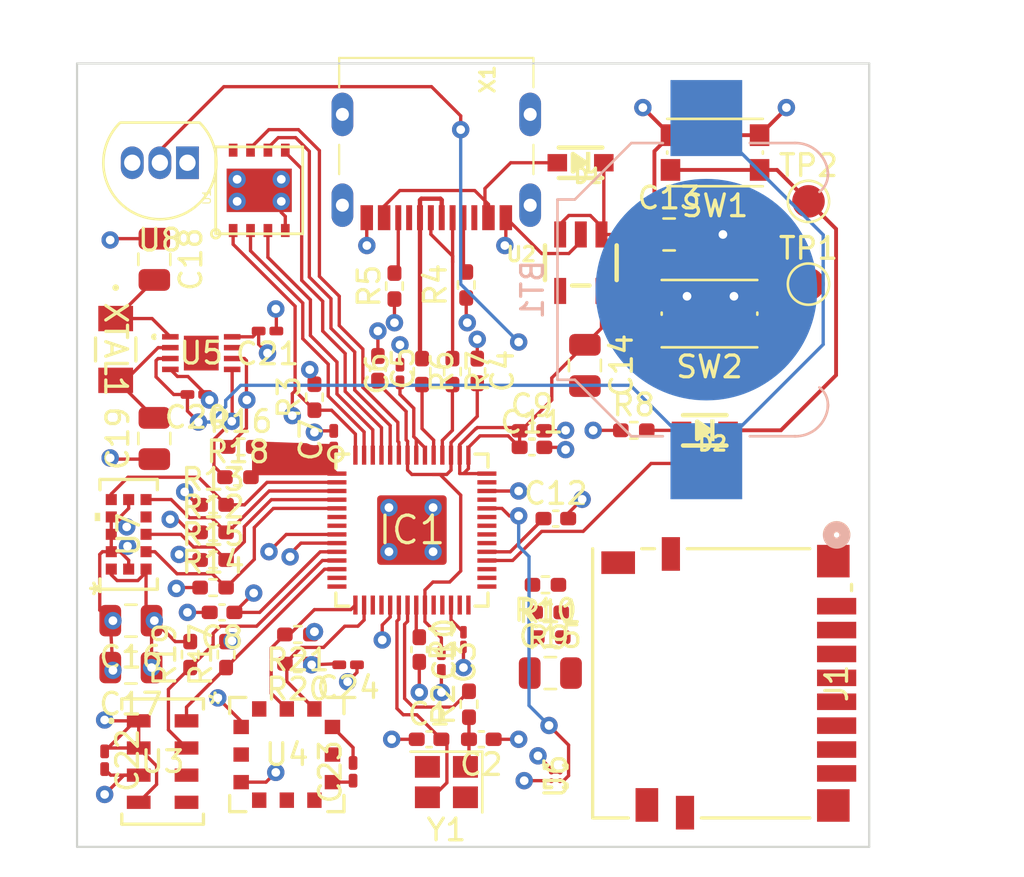
<source format=kicad_pcb>
(kicad_pcb (version 20221018) (generator pcbnew)
  (layers (0 "F.Cu" signal) (1 "In1.Cu" signal) (2 "In2.Cu" signal) (31 "B.Cu" signal) (34 "B.Paste" user) (35 "F.Paste" user) (36 "B.SilkS" user "B.Silkscreen") (37 "F.SilkS" user "F.Silkscreen") (38 "B.Mask" user) (39 "F.Mask" user) (44 "Edge.Cuts" user))
  (net 0 "")
  (net 1 "Net-(C2-Pad2)")
  (net 2 "Net-(IC1-XOUT)")
  (net 3 "/QSPI_CS")
  (net 4 "+3V3")
  (net 5 "GND")
  (net 6 "/CC1")
  (net 7 "/CC2")
  (net 8 "/USB_D+")
  (net 9 "/D+")
  (net 10 "/USB_D-")
  (net 11 "/D-")
  (net 12 "Net-(IC1-XIN)")
  (net 13 "1.2V")
  (net 14 "/~{RESET}")
  (net 15 "/USBBOOT")
  (net 16 "/VBUS")
  (net 17 "Net-(U5-X1)")
  (net 18 "Net-(U5-X2)")
  (net 19 "VBat")
  (net 20 "Net-(U4-VO-)")
  (net 22 "Net-(U4-VO+)")
  (net 23 "ToF XSHUT")
  (net 24 "ToF GPIO1")
  (net 25 "ToF  SDA")
  (net 26 "ToF SCL")
  (net 27 "GPIO5")
  (net 28 "BMP SDA")
  (net 31 "BMP SCL")
  (net 32 "Pressure SDA")
  (net 33 "Pressure SCL")
  (net 34 "RTC SDA")
  (net 35 "RTC SCL")
  (net 40 "GPIO16")
  (net 42 "GPIO17")
  (net 44 "/QSPI_DATA[3]")
  (net 45 "/QSPI_SCK")
  (net 46 "/QSPI_DATA[0]")
  (net 47 "/QSPI_DATA[2]")
  (net 48 "/QSPI_DATA[1]")
  (net 52 "Net-(D2-PadA)")
  (net 53 "SD_DAT1")
  (net 54 "SD_DAT2")
  (net 55 "GPIO20")
  (net 56 "AnalogTemp Data")
  (net 57 "AnalogTemp Data 2")
  (net 69 "5V")
  (footprint "Resistor_SMD:R_0402_1005Metric_Pad0.72x0.64mm_HandSolder" (layer "F.Cu") (at 100.8405 65.226 180)
    (fp_text reference "R20")
    (fp_text value "10k")
  )
  (footprint "Capacitor_SMD:C_0402_1005Metric_Pad0.74x0.62mm_HandSolder" (layer "F.Cu") (at 111.6095 55.266)
    (fp_text reference "C11")
    (fp_text value "0.1uF")
  )
  (footprint "Companero_Footprints:TDFN8_2x3MC_MCH" (layer "F.Cu") (at 96.393 50.927)
    (fp_text reference "U5")
    (fp_text value "MCP7940NT-I/MNY")
  )
  (footprint "Resistor_SMD:R_0402_1005Metric_Pad0.72x0.64mm_HandSolder" (layer "F.Cu") (at 96.9385 61.722)
    (fp_text reference "R14")
    (fp_text value "1k")
  )
  (footprint "QTpy:USB_C_CUSB31-CFM2AX-01-X" (layer "F.Cu") (at 107.208 41.148 180)
    (fp_text reference "X1")
    (fp_text value "USB Type C")
  )
  (footprint "Resistor_SMD:R_0402_1005Metric_Pad0.72x0.64mm_HandSolder" (layer "F.Cu") (at 96.9385 57.912)
    (fp_text reference "R13")
    (fp_text value "10k")
  )
  (footprint "Resistor_SMD:R_0402_1005Metric_Pad0.72x0.64mm_HandSolder" (layer "F.Cu") (at 96.9385 60.452)
    (fp_text reference "R15")
    (fp_text value "1k")
  )
  (footprint "TestPoint:TestPoint_Pad_D1.5mm" (layer "F.Cu") (at 124.333 43.942)
    (fp_text reference "TP2")
    (fp_text value "TESTPOINTROUND1.5MMNO")
  )
  (footprint "Companero_Footprints:YFQ0004ACAC" (layer "F.Cu") (at 112.703 70.412 90)
    (fp_text reference "U6")
    (fp_text value "LMT70YFQR")
  )
  (footprint "Capacitor_SMD:C_0402_1005Metric_Pad0.74x0.62mm_HandSolder" (layer "F.Cu") (at 104.521 51.6295 -90)
    (fp_text reference "C5")
    (fp_text value "0.1uF")
  )
  (footprint "Capacitor_SMD:C_0201_0603Metric_Pad0.64x0.40mm_HandSolder" (layer "F.Cu") (at 105.537 51.8675 90)
    (fp_text reference "C6")
    (fp_text value "1uF")
  )
  (footprint "Capacitor_SMD:C_0402_1005Metric_Pad0.74x0.62mm_HandSolder" (layer "F.Cu") (at 106.8745 68.707)
    (fp_text reference "C1")
    (fp_text value "22pF")
  )
  (footprint "QTpy:SOD-323_MINI" (layer "F.Cu") (at 113.846 42.164 180)
    (fp_text reference "D1")
    (fp_text value "  NSR0320")
  )
  (footprint "Companero_Footprints:MPRLS_HNW" (layer "F.Cu") (at 100.33 69.409998)
    (fp_text reference "U4")
    (fp_text value "MPRLS0025PA00001A")
  )
  (footprint "Resistor_SMD:R_01005_0402Metric_Pad0.57x0.30mm_HandSolder" (layer "F.Cu") (at 108.458 64.1165 90)
    (fp_text reference "R1")
    (fp_text value "10K")
  )
  (footprint "Resistor_SMD:R_0402_1005Metric_Pad0.72x0.64mm_HandSolder" (layer "F.Cu") (at 100.838 63.881 180)
    (fp_text reference "R21")
    (fp_text value "10k")
  )
  (footprint "Resistor_SMD:R_0402_1005Metric_Pad0.72x0.64mm_HandSolder" (layer "F.Cu") (at 112.2305 61.595 180)
    (fp_text reference "R10")
    (fp_text value "10K")
  )
  (footprint "Resistor_SMD:R_0402_1005Metric_Pad0.72x0.64mm_HandSolder" (layer "F.Cu") (at 98.0815 56.642)
    (fp_text reference "R18")
    (fp_text value "10k")
  )
  (footprint "Resistor_SMD:R_0402_1005Metric_Pad0.72x0.64mm_HandSolder" (layer "F.Cu") (at 101.6 52.959 90)
    (fp_text reference "R3")
    (fp_text value "10K")
  )
  (footprint "Capacitor_SMD:C_0805_2012Metric" (layer "F.Cu") (at 93.157 63.246 180)
    (fp_text reference "C16")
    (fp_text value "100nF")
  )
  (footprint "Companero_Footprints:QFN_BV0FY&slash_1_STM" (layer "F.Cu") (at 93.053052 59.270999 90)
    (fp_text reference "U7")
    (fp_text value "VL53L1CBV0FY/1")
  )
  (footprint "Capacitor_SMD:C_0201_0603Metric_Pad0.64x0.40mm_HandSolder" (layer "F.Cu") (at 107.442 65.151 -90)
    (fp_text reference "C3")
    (fp_text value "1uF")
  )
  (footprint "Resistor_SMD:R_0402_1005Metric_Pad0.72x0.64mm_HandSolder" (layer "F.Cu") (at 116.2945 54.483)
    (fp_text reference "R8")
    (fp_text value "1K")
  )
  (footprint "Capacitor_SMD:C_0201_0603Metric_Pad0.64x0.40mm_HandSolder" (layer "F.Cu") (at 99.441 49.911 180)
    (fp_text reference "C21")
    (fp_text value "0.1uF")
  )
  (footprint "Resistor_SMD:R_0402_1005Metric_Pad0.72x0.64mm_HandSolder" (layer "F.Cu") (at 107.95 51.7785 -90)
    (fp_text reference "R7")
    (fp_text value "27")
  )
  (footprint "Resistor_SMD:R_0402_1005Metric_Pad0.72x0.64mm_HandSolder" (layer "F.Cu") (at 112.3575 62.865 180)
    (fp_text reference "R9")
    (fp_text value "10K")
  )
  (footprint "Capacitor_SMD:C_0402_1005Metric_Pad0.74x0.62mm_HandSolder" (layer "F.Cu") (at 112.7085 58.547)
    (fp_text reference "C12")
    (fp_text value "0.1uF")
  )
  (footprint "QTpy:USON8_4X4" (layer "F.Cu") (at 99.06 43.434 90)
    (fp_text reference "U1")
    (fp_text value "8MB QSPI Flash")
  )
  (footprint "Capacitor_SMD:C_0201_0603Metric_Pad0.64x0.40mm_HandSolder" (layer "F.Cu") (at 96.1655 52.832 180)
    (fp_text reference "C20")
    (fp_text value "0.1uF")
  )
  (footprint "TestPoint:TestPoint_Pad_D1.5mm" (layer "F.Cu") (at 124.333 47.752)
    (fp_text reference "TP1")
    (fp_text value "TESTPOINTROUND1.5MMNO")
  )
  (footprint "Capacitor_SMD:C_0402_1005Metric_Pad0.74x0.62mm_HandSolder" (layer "F.Cu") (at 106.426 64.5755 -90)
    (fp_text reference "C10")
    (fp_text value "0.1uF")
  )
  (footprint "Button_Switch_SMD:SW_Push_1P1T_NO_CK_KMR2" (layer "F.Cu") (at 120.033 41.694 180)
    (fp_text reference "SW1")
    (fp_text value "KMR2")
  )
  (footprint "Capacitor_SMD:C_0805_2012Metric" (layer "F.Cu") (at 114.046 51.496 -90)
    (fp_text reference "C14")
    (fp_text value "10uF")
  )
  (footprint "QTpy:SOT23-5" (layer "F.Cu") (at 113.858 46.7661 180)
    (fp_text reference "U2")
    (fp_text value "AP2112K-3.3")
  )
  (footprint "Capacitor_SMD:C_0805_2012Metric" (layer "F.Cu") (at 112.456 65.659)
    (fp_text reference "C15")
    (fp_text value "10uF")
  )
  (footprint "Button_Switch_SMD:SW_Push_1P1T_NO_CK_KMR2" (layer "F.Cu") (at 119.779 49.111 180)
    (fp_text reference "SW2")
    (fp_text value "KMR2")
  )
  (footprint "Companero_Footprints:SON8_MS5611_TEC" (layer "F.Cu") (at 94.615 69.733)
    (fp_text reference "U3")
    (fp_text value "MS560702BA03-50")
  )
  (footprint "Resistor_SMD:R_0402_1005Metric_Pad0.72x0.64mm_HandSolder" (layer "F.Cu") (at 97.536 64.8075 90)
    (fp_text reference "R17")
    (fp_text value "10k")
  )
  (footprint "QTpy:QFN56_7MM_REDUCEDEPAD" (layer "F.Cu") (at 106.086 59.076)
    (fp_text reference "IC1")
    (fp_text value "RP2040_QFN56")
  )
  (footprint "Resistor_SMD:R_0402_1005Metric_Pad0.72x0.64mm_HandSolder" (layer "F.Cu") (at 108.585 47.7895 90)
    (fp_text reference "R4")
    (fp_text value "5.1K")
  )
  (footprint "Capacitor_SMD:C_0805_2012Metric" (layer "F.Cu") (at 117.922 45.466)
    (fp_text reference "C13")
    (fp_text value "10uF")
  )
  (footprint "Capacitor_SMD:C_0201_0603Metric_Pad0.64x0.40mm_HandSolder" (layer "F.Cu") (at 103.378 70.2045 90)
    (fp_text reference "C23")
    (fp_text value "1nF")
  )
  (footprint "Capacitor_SMD:C_0805_2012Metric" (layer "F.Cu") (at 94.234 54.859 90)
    (fp_text reference "C19")
    (fp_text value "14pF")
  )
  (footprint "Capacitor_SMD:C_0402_1005Metric_Pad0.74x0.62mm_HandSolder" (layer "F.Cu") (at 111.6095 54.504)
    (fp_text reference "C9")
    (fp_text value "0.1uF")
  )
  (footprint "Package_TO_SOT_THT:TO-92_Inline" (layer "F.Cu") (at 95.758 42.164 180)
    (fp_text reference "U8")
    (fp_text value "DS18B20")
  )
  (footprint "Capacitor_SMD:C_0201_0603Metric_Pad0.64x0.40mm_HandSolder" (layer "F.Cu") (at 103.1505 65.278 180)
    (fp_text reference "C24")
    (fp_text value "0.1uF")
  )
  (footprint "Companero_Footprints:XTAL_SC32S-7PF20PPM_EPS" (layer "F.Cu") (at 92.456 50.7594 -90)
    (fp_text reference "XTAL1")
    (fp_text value "SC32S-7PF20PPM (32.768kHz)")
  )
  (footprint "Resistor_SMD:R_0402_1005Metric_Pad0.72x0.64mm_HandSolder" (layer "F.Cu") (at 108.712 67.0935 90)
    (fp_text reference "R2")
    (fp_text value "1K")
  )
  (footprint "Capacitor_SMD:C_0201_0603Metric_Pad0.64x0.40mm_HandSolder" (layer "F.Cu") (at 102.489 54.9155 90)
    (fp_text reference "C7")
    (fp_text value "1uF")
  )
  (footprint "Resistor_SMD:R_0402_1005Metric_Pad0.72x0.64mm_HandSolder" (layer "F.Cu") (at 95.885 64.8075 90)
    (fp_text reference "R19")
    (fp_text value "10k")
  )
  (footprint "Crystal:Crystal_SMD_2520-4Pin_2.5x2.0mm" (layer "F.Cu") (at 107.674 70.677 180)
    (fp_text reference "Y1")
    (fp_text value "12MHZ")
  )
  (footprint "Resistor_SMD:R_0402_1005Metric_Pad0.72x0.64mm_HandSolder" (layer "F.Cu") (at 105.283 47.8415 90)
    (fp_text reference "R5")
    (fp_text value "5.1K")
  )
  (footprint "Capacitor_SMD:C_0805_2012Metric" (layer "F.Cu") (at 94.234 46.609 -90)
    (fp_text reference "C18")
    (fp_text value "14pF")
  )
  (footprint "Capacitor_SMD:C_0201_0603Metric_Pad0.64x0.40mm_HandSolder" (layer "F.Cu") (at 91.948 69.6715 -90)
    (fp_text reference "C22")
    (fp_text value "0.1uF")
  )
  (footprint "Capacitor_SMD:C_0805_2012Metric" (layer "F.Cu") (at 93.157 65.405 180)
    (fp_text reference "C17")
    (fp_text value "4.7uF")
  )
  (footprint "Companero_Footprints:CONN8_DM3D-SF_HIR" (layer "F.Cu") (at 120.357699 66.13 90)
    (fp_text reference "J1")
    (fp_text value "DM3D-SF")
  )
  (footprint "QTpy:SOD-323_MINI" (layer "F.Cu") (at 119.561 54.483 180)
    (fp_text reference "D2")
    (fp_text value "  NSR0320")
  )
  (footprint "Capacitor_SMD:C_0402_1005Metric_Pad0.74x0.62mm_HandSolder" (layer "F.Cu") (at 109.093 51.7485 -90)
    (fp_text reference "C4")
    (fp_text value "0.1uF")
  )
  (footprint "Capacitor_SMD:C_0402_1005Metric_Pad0.74x0.62mm_HandSolder" (layer "F.Cu") (at 109.2795 68.707 180)
    (fp_text reference "C2")
    (fp_text value "22pF")
  )
  (footprint "Resistor_SMD:R_0402_1005Metric_Pad0.72x0.64mm_HandSolder" (layer "F.Cu") (at 112.4325 64.008)
    (fp_text reference "R11")
    (fp_text value "DNF")
  )
  (footprint "Resistor_SMD:R_0402_1005Metric_Pad0.72x0.64mm_HandSolder" (layer "F.Cu") (at 98.2085 55.245)
    (fp_text reference "R16")
    (fp_text value "10k")
  )
  (footprint "Resistor_SMD:R_0402_1005Metric_Pad0.72x0.64mm_HandSolder" (layer "F.Cu") (at 106.553 51.7785 -90)
    (fp_text reference "R6")
    (fp_text value "27")
  )
  (footprint "Capacitor_SMD:C_0402_1005Metric_Pad0.74x0.62mm_HandSolder" (layer "F.Cu") (at 97.3495 62.865 180)
    (fp_text reference "C8")
    (fp_text value "0.1uF")
  )
  (footprint "Resistor_SMD:R_0402_1005Metric_Pad0.72x0.64mm_HandSolder" (layer "F.Cu") (at 96.9385 59.182)
    (fp_text reference "R12")
    (fp_text value "10k")
  )
  (footprint "Battery:BatteryHolder_Keystone_3000_1x12mm" (layer "B.Cu") (at 119.634 48.006 -90)
    (fp_text reference "BT1")
    (fp_text value "Battery_Cell")
  )
  (gr_line (start 127.127 73.66) (end 90.678 73.66) (stroke (width 0.1)) (layer "Edge.Cuts"))
  (gr_line (start 90.678 37.592) (end 127.127 37.592) (stroke (width 0.1)) (layer "Edge.Cuts"))
  (gr_line (start 127.127 37.592) (end 127.127 73.66) (stroke (width 0.1)) (layer "Edge.Cuts"))
  (gr_line (start 90.678 72.263) (end 90.678 37.592) (stroke (width 0.1)) (layer "Edge.Cuts"))
  (gr_line (start 90.678 72.263) (end 90.678 73.66) (stroke (width 0.1)) (layer "Edge.Cuts"))
  (segment (start 108.712 68.707) (end 108.712 69.814) (width 0.1524) (layer "F.Cu") (net 1))
  (segment (start 108.712 69.814) (end 108.549 69.977) (width 0.1524) (layer "F.Cu") (net 1))
  (segment (start 108.712 68.707) (end 108.712 67.691) (width 0.1524) (layer "F.Cu") (net 1))
  (segment (start 107.9838 67.2242) (end 106.145908 67.2242) (width 0.1524) (layer "F.Cu") (net 2))
  (segment (start 106.145908 67.2242) (end 105.7498 66.828092) (width 0.1524) (layer "F.Cu") (net 2))
  (segment (start 105.7498 66.828092) (end 105.7498 63.4142) (width 0.1524) (layer "F.Cu") (net 2))
  (segment (start 108.712 66.496) (end 107.9838 67.2242) (width 0.1524) (layer "F.Cu") (net 2))
  (segment (start 105.7498 63.4142) (end 105.886 63.278) (width 0.1524) (layer "F.Cu") (net 2))
  (segment (start 105.886 63.278) (end 105.886 62.526) (width 0.1524) (layer "F.Cu") (net 2))
  (segment (start 97.86 45.284) (end 97.86 45.917) (width 0.1524) (layer "F.Cu") (net 3))
  (segment (start 101.6 53.5565) (end 102.387027 53.5565) (width 0.1524) (layer "F.Cu") (net 3))
  (segment (start 100.584 52.7945) (end 100.711 52.6675) (width 0.1524) (layer "F.Cu") (net 3))
  (segment (start 102.387027 53.5565) (end 103.486 54.655473) (width 0.1524) (layer "F.Cu") (net 3))
  (segment (start 97.86 45.917) (end 100.711 48.768) (width 0.1524) (layer "F.Cu") (net 3))
  (segment (start 100.584 53.8068) (end 100.584 52.7945) (width 0.1524) (layer "F.Cu") (net 3))
  (segment (start 100.711 52.6675) (end 101.6 53.5565) (width 0.1524) (layer "F.Cu") (net 3))
  (segment (start 103.486 54.655473) (end 103.486 55.626) (width 0.1524) (layer "F.Cu") (net 3))
  (segment (start 100.711 48.768) (end 100.711 52.6675) (width 0.1524) (layer "F.Cu") (net 3))
  (segment (start 115.697 54.483) (end 114.427 54.483) (width 0.1524) (layer "F.Cu") (net 3))
  (via (at 114.427 54.483) (size 0.8) (drill 0.4) (layers "F.Cu" "B.Cu") (net 3))
  (via (at 100.584 53.8068) (size 0.8) (drill 0.4) (layers "F.Cu" "B.Cu") (net 3))
  (segment (start 112.502998 70.084998) (end 111.887 69.469) (width 0.1524) (layer "F.Cu") (net 4))
  (segment (start 97.536 64.21) (end 97.775415 64.21) (width 0.1524) (layer "F.Cu") (net 4))
  (segment (start 98.230055 67.877055) (end 97.155 66.802) (width 0.1524) (layer "F.Cu") (net 4))
  (segment (start 93.515 71.608) (end 94.3373 70.7857) (width 0.1524) (layer "F.Cu") (net 4))
  (segment (start 97.8154 50.176999) (end 98.767501 50.176999) (width 0.1524) (layer "F.Cu") (net 4))
  (segment (start 101.6 51.9023) (end 101.3867 51.689) (width 0.1524) (layer "F.Cu") (net 4))
  (segment (start 108.686 55.626) (end 108.686 56.248) (width 0.1524) (layer "F.Cu") (net 4))
  (segment (start 106.172 53.467) (end 106.172 54.7745) (width 0.1524) (layer "F.Cu") (net 4))
  (segment (start 94.107 63.246) (end 94.107 65.405) (width 0.1524) (layer "F.Cu") (net 4))
  (segment (start 108.286 55.143736) (end 109.019868 54.409868) (width 0.1524) (layer "F.Cu") (net 4))
  (segment (start 96.2253 57.912) (end 95.631 57.3177) (width 0.1524) (layer "F.Cu") (net 4))
  (segment (start 108.585 56.476) (end 109.536 56.476) (width 0.1524) (layer "F.Cu") (net 4))
  (segment (start 108.286 56.476) (end 108.585 56.476) (width 0.1524) (layer "F.Cu") (net 4))
  (segment (start 91.988 67.858) (end 91.948 67.818) (width 0.1524) (layer "F.Cu") (net 4))
  (segment (start 96.341 59.182) (end 95.885 59.182) (width 0.1524) (layer "F.Cu") (net 4))
  (segment (start 92.253051 61.131598) (end 92.522852 61.401399) (width 0.1524) (layer "F.Cu") (net 4))
  (segment (start 95.631 60.452) (end 95.377 60.198) (width 0.1524) (layer "F.Cu") (net 4))
  (segment (start 99.0335 49.911) (end 99.0335 50.5195) (width 0.1524) (layer "F.Cu") (net 4))
  (segment (start 108.458 64.454) (end 108.458 65.405) (width 0.1524) (layer "F.Cu") (net 4))
  (segment (start 96.341 57.912) (end 96.2253 57.912) (width 0.1524) (layer "F.Cu") (net 4))
  (segment (start 97.775415 64.21) (end 97.809715 64.1757) (width 0.1524) (layer "F.Cu") (net 4))
  (segment (start 112.502998 70.211998) (end 112.502998 70.084998) (width 0.1524) (layer "F.Cu") (net 4))
  (segment (start 96.341 60.452) (end 95.631 60.452) (width 0.1524) (layer "F.Cu") (net 4))
  (segment (start 92.104 69.108) (end 93.515 69.108) (width 0.1524) (layer "F.Cu") (net 4))
  (segment (start 95.288555 61.722) (end 95.248394 61.762161) (width 0.1524) (layer "F.Cu") (net 4))
  (segment (start 112.903 70.211998) (end 112.502998 70.211998) (width 0.1524) (layer "F.Cu") (net 4))
  (segment (start 92.253051 60.871199) (end 92.253051 61.131598) (width 0.1524) (layer "F.Cu") (net 4))
  (segment (start 94.3373 69.9303) (end 93.515 69.108) (width 0.1524) (layer "F.Cu") (net 4))
  (segment (start 108.686 55.626) (end 108.686 55.271) (width 0.1524) (layer "F.Cu") (net 4))
  (segment (start 106.286 63.868) (end 106.426 64.008) (width 0.1524) (layer "F.Cu") (net 4))
  (segment (start 98.230055 68.139998) (end 98.230055 67.877055) (width 0.1524) (layer "F.Cu") (net 4))
  (segment (start 109.093 54.356) (end 110.894 54.356) (width 0.1524) (layer "F.Cu") (net 4))
  (segment (start 98.806 56.515) (end 98.679 56.642) (width 0.1524) (layer "F.Cu") (net 4))
  (segment (start 98.806 55.245) (end 102.362 55.245) (width 0.1524) (layer "F.Cu") (net 4))
  (segment (start 102.691 65.226) (end 102.743 65.278) (width 0.1524) (layer "F.Cu") (net 4))
  (segment (start 101.473 65.278) (end 102.691 65.226) (width 0.1524) (layer "F.Cu") (net 4))
  (segment (start 108.686 56.248) (end 108.458 56.476) (width 0.1524) (layer "F.Cu") (net 4))
  (segment (start 95.885 59.182) (end 95.283293 58.580293) (width 0.1524) (layer "F.Cu") (net 4))
  (segment (start 109.039132 54.409868) (end 109.093 54.356) (width 0.1524) (layer "F.Cu") (net 4))
  (segment (start 97.917 62.865) (end 98.806 61.976) (width 0.1524) (layer "F.Cu") (net 4))
  (segment (start 114.808 49.784) (end 114.808 48.0662) (width 0.1524) (layer "F.Cu") (net 4))
  (segment (start 106.286 54.8885) (end 106.286 55.626) (width 0.1524) (layer "F.Cu") (net 4))
  (segment (start 112.522 53.086) (end 112.522 52.07) (width 0.1524) (layer "F.Cu") (net 4))
  (segment (start 110.513 54.737) (end 111.042 55.266) (width 0.1524) (layer "F.Cu") (net 4))
  (segment (start 93.515 69.108) (end 93.515 67.858) (width 0.1524) (layer "F.Cu") (net 4))
  (segment (start 108.286 55.626) (end 108.286 55.143736) (width 0.1524) (layer "F.Cu") (net 4))
  (segment (start 111.042 54.504) (end 111.042 55.266) (width 0.1524) (layer "F.Cu") (net 4))
  (segment (start 106.286 62.526) (end 106.286 63.868) (width 0.1524) (layer "F.Cu") (net 4))
  (segment (start 98.679 56.642) (end 98.845 56.476) (width 0.1524) (layer "F.Cu") (net 4))
  (segment (start 95.885 64.21) (end 95.198 64.21) (width 0.1524) (layer "F.Cu") (net 4))
  (segment (start 93.853053 60.871199) (end 93.853053 62.992053) (width 0.1524) (layer "F.Cu") (net 4))
  (segment (start 93.515 67.858) (end 91.988 67.858) (width 0.1524) (layer "F.Cu") (net 4))
  (segment (start 98.806 55.245) (end 98.806 56.515) (width 0.1524) (layer "F.Cu") (net 4))
  (segment (start 109.22 54.737) (end 110.513 54.737) (width 0.1524) (layer "F.Cu") (net 4))
  (segment (start 108.686 55.271) (end 109.22 54.737) (width 0.1524) (layer "F.Cu") (net 4))
  (segment (start 106.172 54.7745) (end 106.286 54.8885) (width 0.1524) (layer "F.Cu") (net 4))
  (segment (start 99.079263 62.865) (end 101.868263 60.076) (width 0.1524) (layer "F.Cu") (net 4))
  (segment (start 111.104 54.504) (end 112.522 53.086) (width 0.1524) (layer "F.Cu") (net 4))
  (segment (start 101.6 52.3615) (end 101.6 51.9023) (width 0.1524) (layer "F.Cu") (net 4))
  (segment (start 102.489 56.329) (end 102.636 56.476) (width 0.1524) (layer "F.Cu") (net 4))
  (segment (start 102.362 55.245) (end 102.489 55.118) (width 0.1524) (layer "F.Cu") (net 4))
  (segment (start 99.0335 50.5195) (end 99.441 50.927) (width 0.1524) (layer "F.Cu") (net 4))
  (segment (start 93.354 67.858) (end 91.948 69.264) (width 0.1524) (layer "F.Cu") (net 4))
  (segment (start 91.948 69.264) (end 92.104 69.108) (width 0.1524) (layer "F.Cu") (net 4))
  (segment (start 109.536 60.076) (end 110.612 60.076) (width 0.1524) (layer "F.Cu") (net 4))
  (segment (start 112.522 52.07) (end 114.808 49.784) (width 0.1524) (layer "F.Cu") (net 4))
  (segment (start 98.845 56.476) (end 102.636 56.476) (width 0.1524) (layer "F.Cu") (net 4))
  (segment (start 95.198 64.21) (end 94.234 63.246) (width 0.1524) (layer "F.Cu") (net 4))
  (segment (start 110.894 54.356) (end 111.042 54.504) (width 0.1524) (layer "F.Cu") (net 4))
  (segment (start 93.853053 62.992053) (end 94.234 63.246) (width 0.1524) (layer "F.Cu") (net 4))
  (segment (start 101.438 65.226) (end 101.473 65.278) (width 0.1524) (layer "F.Cu") (net 4))
  (segment (start 96.341 61.722) (end 95.288555 61.722) (width 0.1524) (layer "F.Cu") (net 4))
  (segment (start 93.853053 61.020346) (end 93.853053 60.871199) (width 0.1524) (layer "F.Cu") (net 4))
  (segment (start 106.686 55.9159) (end 106.686 55.626) (width 0.1524) (layer "F.Cu") (net 4))
  (segment (start 108.286 55.626) (end 108.286 56.476) (width 0.1524) (layer "F.Cu") (net 4))
  (segment (start 111.042 54.504) (end 111.104 54.504) (width 0.1524) (layer "F.Cu") (net 4))
  (segment (start 105.537 52.275) (end 105.537 52.832) (width 0.1524) (layer "F.Cu") (net 4))
  (segment (start 92.522852 61.401399) (end 93.472 61.401399) (width 0.1524) (layer "F.Cu") (net 4))
  (segment (start 101.868263 60.076) (end 102.636 60.076) (width 0.1524) (layer "F.Cu") (net 4))
  (segment (start 93.472 61.401399) (end 93.853053 61.020346) (width 0.1524) (layer "F.Cu") (net 4))
  (segment (start 98.767501 50.176999) (end 99.0335 49.911) (width 0.1524) (layer "F.Cu") (net 4))
  (segment (start 106.286 54.8885) (end 106.686 55.2885) (width 0.1524) (layer "F.Cu") (net 4))
  (segment (start 102.489 55.118) (end 102.489 56.329) (width 0.1524) (layer "F.Cu") (net 4))
  (segment (start 105.537 52.832) (end 106.172 53.467) (width 0.1524) (layer "F.Cu") (net 4))
  (segment (start 94.234 63.246) (end 94.107 63.246) (width 0.1524) (layer "F.Cu") (net 4))
  (segment (start 109.019868 54.409868) (end 109.039132 54.409868) (width 0.1524) (layer "F.Cu") (net 4))
  (segment (start 97.917 62.865) (end 99.079263 62.865) (width 0.1524) (layer "F.Cu") (net 4))
  (segment (start 106.686 55.2885) (end 106.686 55.626) (width 0.1524) (layer "F.Cu") (net 4))
  (segment (start 95.283293 58.580293) (end 94.962707 58.580293) (width 0.1524) (layer "F.Cu") (net 4))
  (segment (start 110.612 60.076) (end 112.141 58.547) (width 0.1524) (layer "F.Cu") (net 4))
  (segment (start 94.3373 70.7857) (end 94.3373 69.9303) (width 0.1524) (layer "F.Cu") (net 4))
  (segment (start 93.515 67.858) (end 93.354 67.858) (width 0.1524) (layer "F.Cu") (net 4))
  (segment (start 108.458 56.476) (end 108.585 56.476) (width 0.1524) (layer "F.Cu") (net 4))
  (via (at 95.377 60.198) (size 0.8) (drill 0.4) (layers "F.Cu" "B.Cu") (net 4))
  (via (at 91.948 67.818) (size 0.8) (drill 0.4) (layers "F.Cu" "B.Cu") (net 4))
  (via (at 97.155 66.802) (size 0.8) (drill 0.4) (layers "F.Cu" "B.Cu") (net 4))
  (via (at 108.458 65.405) (size 0.8) (drill 0.4) (layers "F.Cu" "B.Cu") (net 4))
  (via (at 94.234 63.246) (size 0.8) (drill 0.4) (layers "F.Cu" "B.Cu") (net 4))
  (via (at 95.631 57.3177) (size 0.8) (drill 0.4) (layers "F.Cu" "B.Cu") (net 4))
  (via (at 95.248394 61.762161) (size 0.8) (drill 0.4) (layers "F.Cu" "B.Cu") (net 4))
  (via (at 97.809715 64.1757) (size 0.8) (drill 0.4) (layers "F.Cu" "B.Cu") (net 4))
  (via (at 99.441 50.927) (size 0.8) (drill 0.4) (layers "F.Cu" "B.Cu") (net 4))
  (via (at 94.962707 58.580293) (size 0.8) (drill 0.4) (layers "F.Cu" "B.Cu") (net 4))
  (via (at 101.6 63.754) (size 0.8) (drill 0.4) (layers "F.Cu" "B.Cu") (net 4))
  (via (at 101.3867 51.689) (size 0.8) (drill 0.4) (layers "F.Cu" "B.Cu") (net 4))
  (via (at 94.107 65.405) (size 0.8) (drill 0.4) (layers "F.Cu" "B.Cu") (net 4))
  (via (at 98.806 61.976) (size 0.8) (drill 0.4) (layers "F.Cu" "B.Cu") (net 4))
  (via (at 101.473 65.278) (size 0.8) (drill 0.4) (layers "F.Cu" "B.Cu") (net 4))
  (via (at 111.887 69.469) (size 0.8) (drill 0.4) (layers "F.Cu" "B.Cu") (net 4))
  (via (at 101.6 63.754) (size 0.8) (drill 0.4) (layers "F.Cu" "B.Cu") (net 4))
  (segment (start 103.558 65.627317) (end 103.128222 66.057095) (width 0.1524) (layer "F.Cu") (net 5))
  (segment (start 95.296899 52.0033) (end 95.778827 52.0033) (width 0.1524) (layer "F.Cu") (net 5))
  (segment (start 104.008 44.693) (end 104.008 45.969) (width 0.1524) (layer "F.Cu") (net 5))
  (segment (start 92.227 70.358) (end 93.515 70.358) (width 0.1524) (layer "F.Cu") (net 5))
  (segment (start 117.2441 43.8381) (end 118.872 45.466) (width 0.1778) (layer "F.Cu") (net 5))
  (segment (start 112.502998 70.612) (end 111.252 70.612) (width 0.1524) (layer "F.Cu") (net 5))
  (segment (start 113.276 58.301) (end 113.919 57.658) (width 0.1524) (layer "F.Cu") (net 5))
  (segment (start 100.26 45.284) (end 100.26 44.634) (width 0.1524) (layer "F.Cu") (net 5))
  (segment (start 110.408 44.693) (end 112.0572 46.3422) (width 0.1524) (layer "F.Cu") (net 5))
  (segment (start 92.207 63.246) (end 92.329 65.532) (width 0.1524) (layer "F.Cu") (net 5))
  (segment (start 99.373002 70.679998) (end 99.822 70.231) (width 0.1524) (layer "F.Cu") (net 5))
  (segment (start 112.177 54.504) (end 113.136 54.504) (width 0.1524) (layer "F.Cu") (net 5))
  (segment (start 110.408 44.693) (end 110.408 45.929) (width 0.1524) (layer "F.Cu") (net 5))
  (segment (start 92.506998 58.470998) (end 92.964 58.928) (width 0.1524) (layer "F.Cu") (net 5))
  (segment (start 92.329 63.246) (end 92.207 63.246) (width 0.1524) (layer "F.Cu") (net 5))
  (segment (start 117.983 40.894) (end 117.2441 41.6329) (width 0.1778) (layer "F.Cu") (net 5))
  (segment (start 100.26 44.634) (end 100.076 44.45) (width 0.1524) (layer "F.Cu") (net 5))
  (segment (start 105.086 62.526) (end 105.086 63.081262) (width 0.1524) (layer "F.Cu") (net 5))
  (segment (start 104.7217 63.445562) (end 104.7217 64.135) (width 0.1524) (layer "F.Cu") (net 5))
  (segment (start 118.872 45.466) (end 120.396 45.466) (width 0.1524) (layer "F.Cu") (net 5))
  (segment (start 99.568 43.942) (end 99.06 43.434) (width 0.1524) (layer "F.Cu") (net 5))
  (segment (start 92.329 65.532) (end 92.207 65.405) (width 0.1524) (layer "F.Cu") (net 5))
  (segment (start 92.253104 58.470998) (end 92.506998 58.470998) (width 0.1524) (layer "F.Cu") (net 5))
  (segment (start 92.837 70.358) (end 91.948 71.247) (width 0.1524) (layer "F.Cu") (net 5))
  (segment (start 92.263 45.659) (end 92.202 45.72) (width 0.1524) (layer "F.Cu") (net 5))
  (segment (start 100.076 43.942) (end 99.568 43.942) (width 0.1524) (layer "F.Cu") (net 5))
  (segment (start 113.858 45.791) (end 113.858 45.466) (width 0.1524) (layer "F.Cu") (net 5))
  (segment (start 123.317 39.624) (end 123.317 39.66) (width 0.1778) (layer "F.Cu") (net 5))
  (segment (start 118.745 48.311) (end 117.729 48.311) (width 0.1524) (layer "F.Cu") (net 5))
  (segment (start 110.408 45.929) (end 110.363 45.974) (width 0.1524) (layer "F.Cu") (net 5))
  (segment (start 103.558 65.278) (end 103.558 65.627317) (width 0.1524) (layer "F.Cu") (net 5))
  (segment (start 99.8485 48.9215) (end 99.822 48.895) (width 0.1524) (layer "F.Cu") (net 5))
  (segment (start 118.872 45.466) (end 119.728 45.466) (width 0.1524) (layer "F.Cu") (net 5))
  (segment (start 108.585 49.4813) (end 108.6337 49.53) (width 0.1524) (layer "F.Cu") (net 5))
  (segment (start 92.659253 58.470998) (end 92.253104 58.470998) (width 0.1524) (layer "F.Cu") (net 5))
  (segment (start 105.283 48.439) (end 105.283 49.53) (width 0.1524) (layer "F.Cu") (net 5))
  (segment (start 92.258 55.809) (end 92.202 55.753) (width 0.1524) (layer "F.Cu") (net 5))
  (segment (start 108.585 48.387) (end 108.585 49.4813) (width 0.1524) (layer "F.Cu") (net 5))
  (segment (start 106.426 65.143) (end 106.426 66.548) (width 0.1524) (layer "F.Cu") (net 5))
  (segment (start 92.745498 60.071) (end 92.999498 59.817) (width 0.1524) (layer "F.Cu") (net 5))
  (segment (start 96.774 53.086) (end 96.573 52.832) (width 0.1524) (layer "F.Cu") (net 5))
  (segment (start 100.076 44.45) (end 100.076 43.942) (width 0.1524) (layer "F.Cu") (net 5))
  (segment (start 96.573 52.797473) (end 96.774 53.086) (width 0.1524) (layer "F.Cu") (net 5))
  (segment (start 93.053052 57.670799) (end 93.053052 58.077199) (width 0.1524) (layer "F.Cu") (net 5))
  (segment (start 106.307 68.707) (end 105.156 68.707) (width 0.1524) (layer "F.Cu") (net 5))
  (segment (start 99.8485 49.911) (end 99.8485 48.9215) (width 0.1524) (layer "F.Cu") (net 5))
  (segment (start 91.722851 60.194853) (end 91.722851 62.761851) (width 0.1524) (layer "F.Cu") (net 5))
  (segment (start 104.008 45.969) (end 104.013 45.974) (width 0.1524) (layer "F.Cu") (net 5))
  (segment (start 93.053052 60.464799) (end 92.659253 60.071) (width 0.1524) (layer "F.Cu") (net 5))
  (segment (start 92.253104 60.071) (end 91.846704 60.071) (width 0.1524) (layer "F.Cu") (net 5))
  (segment (start 102.489 54.508) (end 101.6613 54.508) (width 0.1524) (layer "F.Cu") (net 5))
  (segment (start 95.778827 52.0033) (end 96.573 52.797473) (width 0.1524) (layer "F.Cu") (net 5))
  (segment (start 92.659253 60.071) (end 92.253104 60.071) (width 0.1524) (layer "F.Cu") (net 5))
  (segment (start 113.3068 46.3422) (end 113.858 45.791) (width 0.1524) (layer "F.Cu") (net 5))
  (segment (start 112.0572 46.3422) (end 113.3068 46.3422) (width 0.1524) (layer "F.Cu") (net 5))
  (segment (start 112.177 55.266) (end 113.051 55.266) (width 0.1524) (layer "F.Cu") (net 5))
  (segment (start 94.9706 51.677001) (end 95.296899 52.0033) (width 0.1524) (layer "F.Cu") (net 5))
  (segment (start 113.276 58.547) (end 113.276 58.301) (width 0.1524) (layer "F.Cu") (net 5))
  (segment (start 116.713 39.624) (end 117.983 40.894) (width 0.1778) (layer "F.Cu") (net 5))
  (segment (start 93.053052 58.077199) (end 92.659253 58.470998) (width 0.1524) (layer "F.Cu") (net 5))
  (segment (start 93.515 70.358) (end 92.837 70.358) (width 0.1524) (layer "F.Cu") (net 5))
  (segment (start 94.234 55.809) (end 92.258 55.809) (width 0.1524) (layer "F.Cu") (net 5))
  (segment (start 91.722851 62.761851) (end 92.329 63.246) (width 0.1524) (layer "F.Cu") (net 5))
  (segment (start 105.086 63.081262) (end 104.7217 63.445562) (width 0.1524) (layer "F.Cu") (net 5))
  (segment (start 109.093 51.181) (end 109.093 50.292) (width 0.1524) (layer "F.Cu") (net 5))
  (segment (start 113.051 55.266) (end 113.157 55.372) (width 0.1524) (layer "F.Cu") (net 5))
  (segment (start 109.847 68.707) (end 110.998 68.707) (width 0.1524) (layer "F.Cu") (net 5))
  (segment (start 123.317 39.66) (end 122.083 40.894) (width 0.1778) (layer "F.Cu") (net 5))
  (segment (start 98.230055 70.679998) (end 99.373002 70.679998) (width 0.1524) (layer "F.Cu") (net 5))
  (segment (start 91.948 70.079) (end 92.227 70.358) (width 0.1524) (layer "F.Cu") (net 5))
  (segment (start 91.846704 60.071) (end 91.722851 60.194853) (width 0.1524) (layer "F.Cu") (net 5))
  (segment (start 105.537 51.46) (end 105.537 50.546) (width 0.1524) (layer "F.Cu") (net 5))
  (segment (start 113.136 54.504) (end 113.157 54.483) (width 0.1524) (layer "F.Cu") (net 5))
  (segment (start 120.904 48.311) (end 118.745 48.311) (width 0.1524) (layer "F.Cu") (net 5))
  (segment (start 104.521 51.062) (end 104.521 49.911) (width 0.1524) (layer "F.Cu") (net 5))
  (segment (start 94.234 45.659) (end 92.263 45.659) (width 0.1524) (layer "F.Cu") (net 5))
  (segment (start 117.2441 41.6329) (end 117.2441 43.8381) (width 0.1778) (layer "F.Cu") (net 5))
  (segment (start 101.6613 54.508) (end 101.6 54.5693) (width 0.1524) (layer "F.Cu") (net 5))
  (segment (start 92.253104 60.071) (end 92.745498 60.071) (width 0.1524) (layer "F.Cu") (net 5))
  (segment (start 120.904 48.311) (end 121.829 48.311) (width 0.1524) (layer "F.Cu") (net 5))
  (segment (start 107.442 65.5585) (end 107.442 66.548) (width 0.1524) (layer "F.Cu") (net 5))
  (segment (start 93.053052 60.871199) (end 93.053052 60.464799) (width 0.1524) (layer "F.Cu") (net 5))
  (segment (start 92.253104 58.470998) (end 92.253104 60.071) (width 0.1524) (layer "F.Cu") (net 5))
  (segment (start 96.782 62.865) (end 95.758 62.865) (width 0.1524) (layer "F.Cu") (net 5))
  (segment (start 117.983 40.894) (end 122.083 40.894) (width 0.1778) (layer "F.Cu") (net 5))
  (via (at 107.061 58.039) (size 0.8) (drill 0.4) (layers "F.Cu" "B.Cu") (net 5))
  (via (at 120.904 48.311) (size 0.8) (drill 0.4) (layers "F.Cu" "B.Cu") (net 5))
  (via (at 91.948 71.247) (size 0.8) (drill 0.4) (layers "F.Cu" "B.Cu") (net 5))
  (via (at 104.7217 64.135) (size 0.8) (drill 0.4) (layers "F.Cu" "B.Cu") (net 5))
  (via (at 123.317 39.624) (size 0.8) (drill 0.4) (layers "F.Cu" "B.Cu") (net 5))
  (via (at 95.758 62.865) (size 0.8) (drill 0.4) (layers "F.Cu" "B.Cu") (net 5))
  (via (at 104.521 49.911) (size 0.8) (drill 0.4) (layers "F.Cu" "B.Cu") (net 5))
  (via (at 104.013 45.974) (size 0.8) (drill 0.4) (layers "F.Cu" "B.Cu") (net 5))
  (via (at 116.713 39.624) (size 0.8) (drill 0.4) (layers "F.Cu" "B.Cu") (net 5))
  (via (at 92.329 65.532) (size 0.8) (drill 0.4) (layers "F.Cu" "B.Cu") (net 5))
  (via (at 105.029 60.071) (size 0.8) (drill 0.4) (layers "F.Cu" "B.Cu") (net 5))
  (via (at 99.822 48.895) (size 0.8) (drill 0.4) (layers "F.Cu" "B.Cu") (net 5))
  (via (at 120.396 45.466) (size 0.8) (drill 0.4) (layers "F.Cu" "B.Cu") (net 5))
  (via (at 100.076 43.942) (size 0.8) (drill 0.4) (layers "F.Cu" "B.Cu") (net 5))
  (via (at 105.537 50.546) (size 0.8) (drill 0.4) (layers "F.Cu" "B.Cu") (net 5))
  (via (at 99.822 70.231) (size 0.8) (drill 0.4) (layers "F.Cu" "B.Cu") (net 5))
  (via (at 113.157 54.483) (size 0.8) (drill 0.4) (layers "F.Cu" "B.Cu") (net 5))
  (via (at 103.128222 66.057095) (size 0.8) (drill 0.4) (layers "F.Cu" "B.Cu") (net 5))
  (via (at 118.745 48.311) (size 0.8) (drill 0.4) (layers "F.Cu" "B.Cu") (net 5))
  (via (at 113.157 55.372) (size 0.8) (drill 0.4) (layers "F.Cu" "B.Cu") (net 5))
  (via (at 98.044 42.926) (size 0.8) (drill 0.4) (layers "F.Cu" "B.Cu") (net 5))
  (via (at 107.061 60.071) (size 0.8) (drill 0.4) (layers "F.Cu" "B.Cu") (net 5))
  (via (at 92.329 63.246) (size 0.8) (drill 0.4) (layers "F.Cu" "B.Cu") (net 5))
  (via (at 96.774 53.086) (size 0.8) (drill 0.4) (layers "F.Cu" "B.Cu") (net 5))
  (via (at 92.202 45.72) (size 0.8) (drill 0.4) (layers "F.Cu" "B.Cu") (net 5))
  (via (at 111.252 70.612) (size 0.8) (drill 0.4) (layers "F.Cu" "B.Cu") (net 5))
  (via (at 100.076 42.926) (size 0.8) (drill 0.4) (layers "F.Cu" "B.Cu") (net 5))
  (via (at 98.044 43.942) (size 0.8) (drill 0.4) (layers "F.Cu" "B.Cu") (net 5))
  (via (at 110.998 68.707) (size 0.8) (drill 0.4) (layers "F.Cu" "B.Cu") (net 5))
  (via (at 92.999498 59.817) (size 0.8) (drill 0.4) (layers "F.Cu" "B.Cu") (net 5))
  (via (at 92.202 55.753) (size 0.8) (drill 0.4) (layers "F.Cu" "B.Cu") (net 5))
  (via (at 110.363 45.974) (size 0.8) (drill 0.4) (layers "F.Cu" "B.Cu") (net 5))
  (via (at 113.919 57.658) (size 0.8) (drill 0.4) (layers "F.Cu" "B.Cu") (net 5))
  (via (at 105.029 58.039) (size 0.8) (drill 0.4) (layers "F.Cu" "B.Cu") (net 5))
  (via (at 106.426 66.548) (size 0.8) (drill 0.4) (layers "F.Cu" "B.Cu") (net 5))
  (via (at 109.093 50.292) (size 0.8) (drill 0.4) (layers "F.Cu" "B.Cu") (net 5))
  (via (at 92.964 58.928) (size 0.8) (drill 0.4) (layers "F.Cu" "B.Cu") (net 5))
  (via (at 107.442 66.548) (size 0.8) (drill 0.4) (layers "F.Cu" "B.Cu") (net 5))
  (via (at 105.156 68.707) (size 0.8) (drill 0.4) (layers "F.Cu" "B.Cu") (net 5))
  (via (at 108.6337 49.53) (size 0.8) (drill 0.4) (layers "F.Cu" "B.Cu") (net 5))
  (via (at 105.283 49.53) (size 0.8) (drill 0.4) (layers "F.Cu" "B.Cu") (net 5))
  (via (at 101.6 54.5693) (size 0.8) (drill 0.4) (layers "F.Cu" "B.Cu") (net 5))
  (segment (start 113.157 55.372) (end 113.157 55.245) (width 0.1524) (layer "B.Cu") (net 5))
  (segment (start 108.458 44.693) (end 108.458 46.938) (width 0.1524) (layer "F.Cu") (net 6))
  (segment (start 108.458 46.938) (end 108.712 47.192) (width 0.1524) (layer "F.Cu") (net 6))
  (segment (start 105.458 44.693) (end 105.458 47.069) (width 0.1524) (layer "F.Cu") (net 7))
  (segment (start 105.458 47.069) (end 105.283 47.244) (width 0.1524) (layer "F.Cu") (net 7))
  (segment (start 106.5205 43.818) (end 107.3955 43.818) (width 0.2) (layer "F.Cu") (net 8))
  (segment (start 106.458 51.086) (end 106.553 51.181) (width 0.2) (layer "F.Cu") (net 8))
  (segment (start 107.458 43.8805) (end 107.458 44.693) (width 0.2) (layer "F.Cu") (net 8))
  (segment (start 106.458 43.8805) (end 106.5205 43.818) (width 0.2) (layer "F.Cu") (net 8))
  (segment (start 106.458 44.693) (end 106.458 51.086) (width 0.2) (layer "F.Cu") (net 8))
  (segment (start 107.3955 43.818) (end 107.458 43.8805) (width 0.2) (layer "F.Cu") (net 8))
  (segment (start 106.458 44.693) (end 106.458 43.8805) (width 0.2) (layer "F.Cu") (net 8))
  (segment (start 107.086 54.9361) (end 107.086 55.626) (width 0.1524) (layer "F.Cu") (net 9))
  (segment (start 106.553 54.4031) (end 107.086 54.9361) (width 0.1524) (layer "F.Cu") (net 9))
  (segment (start 106.553 52.376) (end 106.553 54.4031) (width 0.1524) (layer "F.Cu") (net 9))
  (segment (start 107.958 51.173) (end 107.95 51.181) (width 0.1524) (layer "F.Cu") (net 10))
  (segment (start 107.958 46.4579) (end 107.958 46.736) (width 0.1524) (layer "F.Cu") (net 10))
  (segment (start 107.958 46.736) (end 107.958 51.173) (width 0.1524) (layer "F.Cu") (net 10))
  (segment (start 107.958 44.693) (end 107.958 46.736) (width 0.1524) (layer "F.Cu") (net 10))
  (segment (start 106.958 44.693) (end 106.958 45.4579) (width 0.1524) (layer "F.Cu") (net 10))
  (segment (start 106.958 45.4579) (end 107.958 46.4579) (width 0.1524) (layer "F.Cu") (net 10))
  (segment (start 107.95 52.376) (end 107.95 54.483) (width 0.1524) (layer "F.Cu") (net 11))
  (segment (start 107.95 54.483) (end 107.486 54.947) (width 0.1524) (layer "F.Cu") (net 11))
  (segment (start 107.486 54.947) (end 107.486 55.626) (width 0.1524) (layer "F.Cu") (net 11))
  (segment (start 105.3974 63.268231) (end 105.486 63.179631) (width 0.1524) (layer "F.Cu") (net 12))
  (segment (start 107.696 70.7074) (end 107.696 68.961) (width 0.1524) (layer "F.Cu") (net 12))
  (segment (start 106.3116 67.5766) (end 105.686232 67.5766) (width 0.1524) (layer "F.Cu") (net 12))
  (segment (start 107.696 68.961) (end 107.442 68.707) (width 0.1524) (layer "F.Cu") (net 12))
  (segment (start 106.799 71.377) (end 107.0264 71.377) (width 0.1524) (layer "F.Cu") (net 12))
  (segment (start 105.3974 67.287768) (end 105.3974 63.268231) (width 0.1524) (layer "F.Cu") (net 12))
  (segment (start 105.686232 67.5766) (end 105.3974 67.287768) (width 0.1524) (layer "F.Cu") (net 12))
  (segment (start 105.486 63.179631) (end 105.486 62.526) (width 0.1524) (layer "F.Cu") (net 12))
  (segment (start 107.0264 71.377) (end 107.696 70.7074) (width 0.1524) (layer "F.Cu") (net 12))
  (segment (start 107.442 68.707) (end 106.3116 67.5766) (width 0.1524) (layer "F.Cu") (net 12))
  (segment (start 107.6869 56.515) (end 107.886 56.3159) (width 0.1524) (layer "F.Cu") (net 13))
  (segment (start 105.886 55.626) (end 105.886 56.3159) (width 0.1524) (layer "F.Cu") (net 13))
  (segment (start 105.886 56.3159) (end 106.0851 56.515) (width 0.1524) (layer "F.Cu") (net 13))
  (segment (start 105.886 54.986869) (end 105.886 55.626) (width 0.1524) (layer "F.Cu") (net 13))
  (segment (start 105.8196 53.612968) (end 105.8196 54.920469) (width 0.1524) (layer "F.Cu") (net 13))
  (segment (start 108.331 60.96) (end 107.823 61.468) (width 0.1524) (layer "F.Cu") (net 13))
  (segment (start 106.686 62.526) (end 106.686 63.290691) (width 0.1524) (layer "F.Cu") (net 13))
  (segment (start 107.886 55.626) (end 107.886 55.045368) (width 0.1524) (layer "F.Cu") (net 13))
  (segment (start 107.0541 61.468) (end 106.686 61.8361) (width 0.1524) (layer "F.Cu") (net 13))
  (segment (start 104.521 52.197) (end 104.521 52.314369) (width 0.1524) (layer "F.Cu") (net 13))
  (segment (start 106.686 63.290691) (end 107.442 64.046691) (width 0.1524) (layer "F.Cu") (net 13))
  (segment (start 108.331 57.4675) (end 108.331 60.96) (width 0.1524) (layer "F.Cu") (net 13))
  (segment (start 107.886 55.045368) (end 109.093 53.838368) (width 0.1524) (layer "F.Cu") (net 13))
  (segment (start 107.3785 56.515) (end 108.331 57.4675) (width 0.1524) (layer "F.Cu") (net 13))
  (segment (start 107.061 56.515) (end 107.3785 56.515) (width 0.1524) (layer "F.Cu") (net 13))
  (segment (start 106.0851 56.515) (end 107.061 56.515) (width 0.1524) (layer "F.Cu") (net 13))
  (segment (start 107.442 64.046691) (end 107.442 64.7435) (width 0.1524) (layer "F.Cu") (net 13))
  (segment (start 105.8196 54.920469) (end 105.886 54.986869) (width 0.1524) (layer "F.Cu") (net 13))
  (segment (start 104.521 52.314369) (end 105.8196 53.612968) (width 0.1524) (layer "F.Cu") (net 13))
  (segment (start 106.686 61.8361) (end 106.686 62.526) (width 0.1524) (layer "F.Cu") (net 13))
  (segment (start 107.886 56.3159) (end 107.886 55.626) (width 0.1524) (layer "F.Cu") (net 13))
  (segment (start 107.823 61.468) (end 107.0541 61.468) (width 0.1524) (layer "F.Cu") (net 13))
  (segment (start 107.061 56.515) (end 107.6869 56.515) (width 0.1524) (layer "F.Cu") (net 13))
  (segment (start 109.093 53.838368) (end 109.093 52.316) (width 0.1524) (layer "F.Cu") (net 13))
  (segment (start 124.333 47.752) (end 122.174 49.911) (width 0.1524) (layer "F.Cu") (net 14))
  (segment (start 122.174 49.911) (end 121.829 49.911) (width 0.1524) (layer "F.Cu") (net 14))
  (segment (start 107.886 63.207) (end 107.886 62.526) (width 0.1524) (layer "F.Cu") (net 14))
  (segment (start 117.729 49.911) (end 121.829 49.911) (width 0.1524) (layer "F.Cu") (net 14))
  (segment (start 108.458 63.779) (end 107.886 63.207) (width 0.1524) (layer "F.Cu") (net 14))
  (segment (start 120.631 54.483) (end 119.761 54.483) (width 0.1524) (layer "F.Cu") (net 15))
  (segment (start 122.083 42.494) (end 122.885 42.494) (width 0.1778) (layer "F.Cu") (net 15))
  (segment (start 113.9678 59.1332) (end 112.0628 59.1332) (width 0.1524) (layer "F.Cu") (net 15))
  (segment (start 118.237 56.007) (end 117.094 56.007) (width 0.1524) (layer "F.Cu") (net 15))
  (segment (start 119.761 54.483) (end 118.237 56.007) (width 0.1524) (layer "F.Cu") (net 15))
  (segment (start 117.983 42.494) (end 122.083 42.494) (width 0.1778) (layer "F.Cu") (net 15))
  (segment (start 124.333 43.942) (end 125.603 45.212) (width 0.1778) (layer "F.Cu") (net 15))
  (segment (start 123.063 54.483) (end 120.631 54.483) (width 0.1778) (layer "F.Cu") (net 15))
  (segment (start 110.72 60.476) (end 109.536 60.476) (width 0.1524) (layer "F.Cu") (net 15))
  (segment (start 122.885 42.494) (end 124.333 43.942) (width 0.1778) (layer "F.Cu") (net 15))
  (segment (start 112.0628 59.1332) (end 110.72 60.476) (width 0.1524) (layer "F.Cu") (net 15))
  (segment (start 117.094 56.007) (end 113.9678 59.1332) (width 0.1524) (layer "F.Cu") (net 15))
  (segment (start 120.631 54.483) (end 120.777 54.483) (width 0.1524) (layer "F.Cu") (net 15))
  (segment (start 125.603 45.212) (end 125.603 51.943) (width 0.1778) (layer "F.Cu") (net 15))
  (segment (start 125.603 51.943) (end 123.063 54.483) (width 0.1778) (layer "F.Cu") (net 15))
  (segment (start 104.808 44.163) (end 105.5292 43.4418) (width 0.1524) (layer "F.Cu") (net 16))
  (segment (start 110.631064 42.164) (end 112.776 42.164) (width 0.1524) (layer "F.Cu") (net 16))
  (segment (start 109.608 44.693) (end 109.4468 44.5318) (width 0.1524) (layer "F.Cu") (net 16))
  (segment (start 104.808 44.693) (end 104.808 44.163) (width 0.1524) (layer "F.Cu") (net 16))
  (segment (start 109.608 44.076) (end 109.608 44.693) (width 0.1524) (layer "F.Cu") (net 16))
  (segment (start 109.4468 43.348264) (end 110.631064 42.164) (width 0.1524) (layer "F.Cu") (net 16))
  (segment (start 108.9738 43.4418) (end 109.608 44.076) (width 0.1524) (layer "F.Cu") (net 16))
  (segment (start 109.4468 44.5318) (end 109.4468 43.348264) (width 0.1524) (layer "F.Cu") (net 16))
  (segment (start 105.5292 43.4418) (end 108.9738 43.4418) (width 0.1524) (layer "F.Cu") (net 16))
  (segment (start 92.456 49.337) (end 94.130601 49.337) (width 0.1524) (layer "F.Cu") (net 17))
  (segment (start 94.130601 49.337) (end 94.9706 50.176999) (width 0.1524) (layer "F.Cu") (net 17))
  (segment (start 92.456 49.337) (end 94.234 47.559) (width 0.1524) (layer "F.Cu") (net 17))
  (segment (start 94.4102 50.677) (end 94.9706 50.677) (width 0.1524) (layer "F.Cu") (net 18))
  (segment (start 92.9054 52.1818) (end 94.4102 50.677) (width 0.1524) (layer "F.Cu") (net 18))
  (segment (start 92.456 52.1818) (end 92.9054 52.1818) (width 0.1524) (layer "F.Cu") (net 18))
  (segment (start 92.5068 52.1818) (end 94.234 53.909) (width 0.1524) (layer "F.Cu") (net 18))
  (segment (start 92.456 52.1818) (end 92.5068 52.1818) (width 0.1524) (layer "F.Cu") (net 18))
  (segment (start 95.758 53.594) (end 95.758 52.832) (width 0.1524) (layer "F.Cu") (net 19))
  (segment (start 94.9706 51.177) (end 94.410201 51.177) (width 0.1524) (layer "F.Cu") (net 19))
  (segment (start 95.123 52.832) (end 95.758 52.832) (width 0.1524) (layer "F.Cu") (net 19))
  (segment (start 94.3134 52.0224) (end 95.123 52.832) (width 0.1524) (layer "F.Cu") (net 19))
  (segment (start 96.266 54.102) (end 95.758 53.594) (width 0.1524) (layer "F.Cu") (net 19))
  (segment (start 94.3134 51.273801) (end 94.3134 52.0224) (width 0.1524) (layer "F.Cu") (net 19))
  (segment (start 94.410201 51.177) (end 94.3134 51.273801) (width 0.1524) (layer "F.Cu") (net 19))
  (via (at 96.266 54.102) (size 0.8) (drill 0.4) (layers "F.Cu" "B.Cu") (net 19))
  (segment (start 97.516808 53.104) (end 97.516808 53.39002) (width 0.1524) (layer "B.Cu") (net 19))
  (segment (start 116.1378 52.4098) (end 98.211008 52.4098) (width 0.1524) (layer "B.Cu") (net 19))
  (segment (start 119.634 40.106) (end 125.0102 45.4822) (width 0.1524) (layer "B.Cu") (net 19))
  (segment (start 97.516808 53.39002) (end 96.804828 54.102) (width 0.1524) (layer "B.Cu") (net 19))
  (segment (start 98.211008 52.4098) (end 97.516808 53.104) (width 0.1524) (layer "B.Cu") (net 19))
  (segment (start 119.634 55.906) (end 116.1378 52.4098) (width 0.1524) (layer "B.Cu") (net 19))
  (segment (start 96.804828 54.102) (end 96.266 54.102) (width 0.1524) (layer "B.Cu") (net 19))
  (segment (start 125.0102 45.4822) (end 125.0102 50.5298) (width 0.1524) (layer "B.Cu") (net 19))
  (segment (start 125.0102 50.5298) (end 119.634 55.906) (width 0.1524) (layer "B.Cu") (net 19))
  (segment (start 102.429945 70.679998) (end 103.310002 70.679998) (width 0.1524) (layer "F.Cu") (net 20))
  (segment (start 103.310002 70.679998) (end 103.378 70.612) (width 0.1524) (layer "F.Cu") (net 20))
  (segment (start 103.378 69.088053) (end 103.378 69.797) (width 0.1524) (layer "F.Cu") (net 22))
  (segment (start 102.429945 68.139998) (end 103.378 69.088053) (width 0.1524) (layer "F.Cu") (net 22))
  (segment (start 98.38338 57.912) (end 99.41938 56.876) (width 0.1524) (layer "F.Cu") (net 23))
  (segment (start 93.021451 56.642) (end 96.266 56.642) (width 0.1524) (layer "F.Cu") (net 23))
  (segment (start 99.41938 56.876) (end 102.636 56.876) (width 0.1524) (layer "F.Cu") (net 23))
  (segment (start 92.253051 57.4104) (end 93.021451 56.642) (width 0.1524) (layer "F.Cu") (net 23))
  (segment (start 92.253051 57.670799) (end 92.253051 57.4104) (width 0.1524) (layer "F.Cu") (net 23))
  (segment (start 96.266 56.642) (end 97.536 57.912) (width 0.1524) (layer "F.Cu") (net 23))
  (segment (start 97.536 57.912) (end 98.38338 57.912) (width 0.1524) (layer "F.Cu") (net 23))
  (segment (start 97.611748 59.182) (end 99.517748 57.276) (width 0.1524) (layer "F.Cu") (net 24))
  (segment (start 97.536 59.182) (end 97.611748 59.182) (width 0.1524) (layer "F.Cu") (net 24))
  (segment (start 93.853053 57.670799) (end 95.008799 57.670799) (width 0.1524) (layer "F.Cu") (net 24))
  (segment (start 95.008799 57.670799) (end 95.8462 58.5082) (width 0.1524) (layer "F.Cu") (net 24))
  (segment (start 96.8622 58.5082) (end 97.536 59.182) (width 0.1524) (layer "F.Cu") (net 24))
  (segment (start 99.517748 57.276) (end 102.636 57.276) (width 0.1524) (layer "F.Cu") (net 24))
  (segment (start 95.8462 58.5082) (end 96.8622 58.5082) (width 0.1524) (layer "F.Cu") (net 24))
  (segment (start 96.9398 59.8558) (end 97.536 60.452) (width 0.1524) (layer "F.Cu") (net 25))
  (segment (start 93.853 59.270999) (end 95.455619 59.270999) (width 0.1524) (layer "F.Cu") (net 25))
  (segment (start 99.616116 57.676) (end 102.636 57.676) (width 0.1524) (layer "F.Cu") (net 25))
  (segment (start 98.3762 59.6118) (end 98.3762 58.915916) (width 0.1524) (layer "F.Cu") (net 25))
  (segment (start 96.04042 59.8558) (end 96.9398 59.8558) (width 0.1524) (layer "F.Cu") (net 25))
  (segment (start 97.536 60.452) (end 98.3762 59.6118) (width 0.1524) (layer "F.Cu") (net 25))
  (segment (start 95.455619 59.270999) (end 96.04042 59.8558) (width 0.1524) (layer "F.Cu") (net 25))
  (segment (start 98.3762 58.915916) (end 99.616116 57.676) (width 0.1524) (layer "F.Cu") (net 25))
  (segment (start 96.901 61.087) (end 97.536 61.722) (width 0.1524) (layer "F.Cu") (net 26))
  (segment (start 99.714484 58.076) (end 102.636 58.076) (width 0.1524) (layer "F.Cu") (net 26))
  (segment (start 97.536 61.722) (end 98.834242 60.423758) (width 0.1524) (layer "F.Cu") (net 26))
  (segment (start 94.2594 60.071) (end 95.2754 61.087) (width 0.1524) (layer "F.Cu") (net 26))
  (segment (start 98.834242 60.423758) (end 98.834242 58.956242) (width 0.1524) (layer "F.Cu") (net 26))
  (segment (start 98.834242 58.956242) (end 99.714484 58.076) (width 0.1524) (layer "F.Cu") (net 26))
  (segment (start 95.2754 61.087) (end 96.901 61.087) (width 0.1524) (layer "F.Cu") (net 26))
  (segment (start 93.853 60.071) (end 94.2594 60.071) (width 0.1524) (layer "F.Cu") (net 26))
  (segment (start 96.9398 64.3502) (end 96.9398 63.83182) (width 0.1524) (layer "F.Cu") (net 28))
  (segment (start 96.9398 63.83182) (end 97.27162 63.5) (width 0.1524) (layer "F.Cu") (net 28))
  (segment (start 94.8832 68.2762) (end 94.8832 66.4068) (width 0.1524) (layer "F.Cu") (net 28))
  (segment (start 94.8832 66.4068) (end 95.885 65.405) (width 0.1524) (layer "F.Cu") (net 28))
  (segment (start 97.27162 63.5) (end 98.942631 63.5) (width 0.1524) (layer "F.Cu") (net 28))
  (segment (start 101.966631 60.476) (end 102.636 60.476) (width 0.1524) (layer "F.Cu") (net 28))
  (segment (start 95.885 65.405) (end 96.9398 64.3502) (width 0.1524) (layer "F.Cu") (net 28))
  (segment (start 95.715 69.108) (end 94.8832 68.2762) (width 0.1524) (layer "F.Cu") (net 28))
  (segment (start 98.942631 63.5) (end 101.966631 60.476) (width 0.1524) (layer "F.Cu") (net 28))
  (segment (start 97.536 65.405) (end 102.065 60.876) (width 0.1524) (layer "F.Cu") (net 31))
  (segment (start 95.715 67.226) (end 97.536 65.405) (width 0.1524) (layer "F.Cu") (net 31))
  (segment (start 95.715 67.858) (end 95.715 67.226) (width 0.1524) (layer "F.Cu") (net 31))
  (segment (start 102.065 60.876) (end 102.636 60.876) (width 0.1524) (layer "F.Cu") (net 31))
  (segment (start 100.457 63.881) (end 101.6 62.738) (width 0.1524) (layer "F.Cu") (net 32))
  (segment (start 100.33 67.31) (end 99.6093 66.5893) (width 0.1524) (layer "F.Cu") (net 32))
  (segment (start 101.6 62.738) (end 103.274 62.738) (width 0.1524) (layer "F.Cu") (net 32))
  (segment (start 100.2405 63.881) (end 100.457 63.881) (width 0.1524) (layer "F.Cu") (net 32))
  (segment (start 99.6093 66.5893) (end 99.6093 64.5122) (width 0.1524) (layer "F.Cu") (net 32))
  (segment (start 103.274 62.738) (end 103.486 62.526) (width 0.1524) (layer "F.Cu") (net 32))
  (segment (start 99.6093 64.5122) (end 100.2405 63.881) (width 0.1524) (layer "F.Cu") (net 32))
  (segment (start 101.6 67.31) (end 100.33 66.04) (width 0.1524) (layer "F.Cu") (net 33))
  (segment (start 100.243 65.226) (end 100.9918 64.4772) (width 0.1524) (layer "F.Cu") (net 33))
  (segment (start 103.886 63.2159) (end 103.886 62.526) (width 0.1524) (layer "F.Cu") (net 33))
  (segment (start 102.0198 64.4772) (end 102.997 63.5) (width 0.1524) (layer "F.Cu") (net 33))
  (segment (start 102.997 63.5) (end 103.6019 63.5) (width 0.1524) (layer "F.Cu") (net 33))
  (segment (start 100.33 66.04) (end 100.33 65.313) (width 0.1524) (layer "F.Cu") (net 33))
  (segment (start 100.33 65.313) (end 100.243 65.226) (width 0.1524) (layer "F.Cu") (net 33))
  (segment (start 100.9918 64.4772) (end 102.0198 64.4772) (width 0.1524) (layer "F.Cu") (net 33))
  (segment (start 103.6019 63.5) (end 103.886 63.2159) (width 0.1524) (layer "F.Cu") (net 33))
  (segment (start 97.8154 53.975) (end 97.8154 54.06622) (width 0.1524) (layer "F.Cu") (net 34))
  (segment (start 97.8154 53.975) (end 97.8154 54.04772) (width 0.1524) (layer "F.Cu") (net 34))
  (segment (start 96.9773 56.1353) (end 97.484 56.642) (width 0.1524) (layer "F.Cu") (net 34))
  (segment (start 99.509942 60.071) (end 100.304942 59.276) (width 0.1524) (layer "F.Cu") (net 34))
  (segment (start 97.8154 51.677001) (end 97.8154 53.975) (width 0.1524) (layer "F.Cu") (net 34))
  (segment (start 96.9773 54.90432) (end 96.9773 56.1353) (width 0.1524) (layer "F.Cu") (net 34))
  (segment (start 97.8154 54.04772) (end 97.7969 54.06622) (width 0.1524) (layer "F.Cu") (net 34))
  (segment (start 100.304942 59.276) (end 102.636 59.276) (width 0.1524) (layer "F.Cu") (net 34))
  (segment (start 97.8154 54.06622) (end 96.9773 54.90432) (width 0.1524) (layer "F.Cu") (net 34))
  (via (at 97.7969 54.06622) (size 0.8) (drill 0.4) (layers "F.Cu" "B.Cu") (net 34))
  (via (at 99.509942 60.071) (size 0.8) (drill 0.4) (layers "F.Cu" "B.Cu") (net 34))
  (segment (start 100.979 59.676) (end 102.636 59.676) (width 0.1524) (layer "F.Cu") (net 35))
  (segment (start 98.4726 53.1045) (end 98.4911 53.086) (width 0.1524) (layer "F.Cu") (net 35))
  (segment (start 98.375799 51.177) (end 98.4726 51.273801) (width 0.1524) (layer "F.Cu") (net 35))
  (segment (start 98.4726 51.273801) (end 98.4726 53.34) (width 0.1524) (layer "F.Cu") (net 35))
  (segment (start 100.481096 60.173904) (end 100.979 59.676) (width 0.1524) (layer "F.Cu") (net 35))
  (segment (start 100.481096 60.307356) (end 100.481096 60.173904) (width 0.1524) (layer "F.Cu") (net 35))
  (segment (start 97.8154 51.177) (end 98.375799 51.177) (width 0.1524) (layer "F.Cu") (net 35))
  (segment (start 98.4726 53.34) (end 98.4726 53.1045) (width 0.1524) (layer "F.Cu") (net 35))
  (segment (start 98.4726 54.3834) (end 97.611 55.245) (width 0.1524) (layer "F.Cu") (net 35))
  (segment (start 98.4726 53.34) (end 98.4726 54.3834) (width 0.1524) (layer "F.Cu") (net 35))
  (via (at 98.4911 53.086) (size 0.8) (drill 0.4) (layers "F.Cu" "B.Cu") (net 35))
  (via (at 100.481096 60.307356) (size 0.8) (drill 0.4) (layers "F.Cu" "B.Cu") (net 35))
  (segment (start 101.82992 47.39508) (end 101.82992 41.603152) (width 0.1524) (layer "F.Cu") (net 44))
  (segment (start 105.4384 54.116033) (end 103.829683 52.507316) (width 0.1524) (layer "F.Cu") (net 44))
  (segment (start 99.504 40.64) (end 98.66 41.484) (width 0.1524) (layer "F.Cu") (net 44))
  (segment (start 105.4384 54.9885) (end 105.4384 54.116033) (width 0.1524) (layer "F.Cu") (net 44))
  (segment (start 105.486 55.626) (end 105.486 55.0361) (width 0.1524) (layer "F.Cu") (net 44))
  (segment (start 101.82992 41.603152) (end 100.866768 40.64) (width 0.1524) (layer "F.Cu") (net 44))
  (segment (start 103.829683 52.507316) (end 103.829683 50.743683) (width 0.1524) (layer "F.Cu") (net 44))
  (segment (start 105.486 55.0361) (end 105.4384 54.9885) (width 0.1524) (layer "F.Cu") (net 44))
  (segment (start 102.743 49.657) (end 102.743 48.308159) (width 0.1524) (layer "F.Cu") (net 44))
  (segment (start 100.866768 40.64) (end 99.504 40.64) (width 0.1524) (layer "F.Cu") (net 44))
  (segment (start 103.829683 50.743683) (end 102.743 49.657) (width 0.1524) (layer "F.Cu") (net 44))
  (segment (start 102.743 48.308159) (end 101.82992 47.39508) (width 0.1524) (layer "F.Cu") (net 44))
  (segment (start 98.66 41.484) (end 98.66 41.584) (width 0.1524) (layer "F.Cu") (net 44))
  (segment (start 99.46 41.584) (end 99.46 41.484) (width 0.1524) (layer "F.Cu") (net 45))
  (segment (start 102.362 49.784) (end 103.453499 50.875499) (width 0.1524) (layer "F.Cu") (net 45))
  (segment (start 101.366452 41.638052) (end 101.366452 47.42998) (width 0.1524) (layer "F.Cu") (net 45))
  (segment (start 99.9362 41.0078) (end 100.7362 41.0078) (width 0.1524) (layer "F.Cu") (net 45))
  (segment (start 103.453499 50.875499) (end 103.453499 52.6295) (width 0.1524) (layer "F.Cu") (net 45))
  (segment (start 100.7362 41.0078) (end 101.366452 41.638052) (width 0.1524) (layer "F.Cu") (net 45))
  (segment (start 101.366452 47.42998) (end 102.362 48.425528) (width 0.1524) (layer "F.Cu") (net 45))
  (segment (start 99.46 41.484) (end 99.9362 41.0078) (width 0.1524) (layer "F.Cu") (net 45))
  (segment (start 105.086 54.262001) (end 105.086 55.626) (width 0.1524) (layer "F.Cu") (net 45))
  (segment (start 102.362 48.425528) (end 102.362 49.784) (width 0.1524) (layer "F.Cu") (net 45))
  (segment (start 103.453499 52.6295) (end 105.086 54.262001) (width 0.1524) (layer "F.Cu") (net 45))
  (segment (start 101.014052 47.575948) (end 101.981 48.542896) (width 0.1524) (layer "F.Cu") (net 46))
  (segment (start 101.014052 42.438052) (end 101.014052 47.575948) (width 0.1524) (layer "F.Cu") (net 46))
  (segment (start 104.686 54.360369) (end 103.013815 52.688184) (width 0.1524) (layer "F.Cu") (net 46))
  (segment (start 101.981 48.542896) (end 101.981 49.911) (width 0.1524) (layer "F.Cu") (net 46))
  (segment (start 103.013815 50.943815) (end 103.013815 52.688184) (width 0.1524) (layer "F.Cu") (net 46))
  (segment (start 101.981 49.911) (end 103.013815 50.943815) (width 0.1524) (layer "F.Cu") (net 46))
  (segment (start 100.26 41.684) (end 101.014052 42.438052) (width 0.1524) (layer "F.Cu") (net 46))
  (segment (start 100.26 41.584) (end 100.26 41.684) (width 0.1524) (layer "F.Cu") (net 46))
  (segment (start 104.686 55.626) (end 104.686 54.360369) (width 0.1524) (layer "F.Cu") (net 46))
  (segment (start 102.637632 51.339264) (end 102.637632 52.810369) (width 0.1524) (layer "F.Cu") (net 47))
  (segment (start 102.637632 52.810369) (end 104.286 54.458737) (width 0.1524) (layer "F.Cu") (net 47))
  (segment (start 99.46 46.520264) (end 101.4158 48.476064) (width 0.1524) (layer "F.Cu") (net 47))
  (segment (start 101.4158 48.476064) (end 101.4158 50.117432) (width 0.1524) (layer "F.Cu") (net 47))
  (segment (start 104.286 54.458737) (end 104.286 55.626) (width 0.1524) (layer "F.Cu") (net 47))
  (segment (start 99.46 45.284) (end 99.46 46.520264) (width 0.1524) (layer "F.Cu") (net 47))
  (segment (start 101.4158 50.117432) (end 102.637632 51.339264) (width 0.1524) (layer "F.Cu") (net 47))
  (segment (start 102.235 51.435) (end 102.235 52.906105) (width 0.1524) (layer "F.Cu") (net 48))
  (segment (start 102.235 52.906105) (end 103.886 54.557105) (width 0.1524) (layer "F.Cu") (net 48))
  (segment (start 101.0634 48.622032) (end 101.0634 50.2634) (width 0.1524) (layer "F.Cu") (net 48))
  (segment (start 98.66 45.284) (end 98.66 46.218632) (width 0.1524) (layer "F.Cu") (net 48))
  (segment (start 101.0634 50.2634) (end 102.235 51.435) (width 0.1524) (layer "F.Cu") (net 48))
  (segment (start 98.66 46.218632) (end 101.0634 48.622032) (width 0.1524) (layer "F.Cu") (net 48))
  (segment (start 103.886 54.557105) (end 103.886 55.626) (width 0.1524) (layer "F.Cu") (net 48))
  (segment (start 118.491 54.483) (end 116.892 54.483) (width 0.1524) (layer "F.Cu") (net 52))
  (segment (start 110.2259 58.076) (end 109.536 58.076) (width 0.1524) (layer "F.Cu") (net 56))
  (segment (start 112.903 70.612) (end 113.065634 70.612) (width 0.1524) (layer "F.Cu") (net 56))
  (segment (start 110.5699 58.42) (end 110.2259 58.076) (width 0.1524) (layer "F.Cu") (net 56))
  (segment (start 113.065634 70.612) (end 113.2942 70.383434) (width 0.1524) (layer "F.Cu") (net 56))
  (segment (start 110.998 58.42) (end 110.5699 58.42) (width 0.1524) (layer "F.Cu") (net 56))
  (segment (start 113.2942 70.383434) (end 113.2942 68.9712) (width 0.1524) (layer "F.Cu") (net 56))
  (segment (start 113.2942 68.9712) (end 112.395 68.072) (width 0.1524) (layer "F.Cu") (net 56))
  (via (at 110.998 58.42) (size 0.8) (drill 0.4) (layers "F.Cu" "B.Cu") (net 56))
  (via (at 112.395 68.072) (size 0.8) (drill 0.4) (layers "F.Cu" "B.Cu") (net 56))
  (segment (start 111.4748 60.2938) (end 110.998 59.817) (width 0.1524) (layer "B.Cu") (net 56))
  (segment (start 112.395 68.072) (end 111.4748 67.1518) (width 0.1524) (layer "B.Cu") (net 56))
  (segment (start 110.998 59.817) (end 110.998 58.42) (width 0.1524) (layer "B.Cu") (net 56))
  (segment (start 111.4748 67.1518) (end 111.4748 60.2938) (width 0.1524) (layer "B.Cu") (net 56))
  (segment (start 106.9878 38.6618) (end 107.442 39.116) (width 0.1524) (layer "F.Cu") (net 57))
  (segment (start 108.331 40.005) (end 108.331 40.64) (width 0.1524) (layer "F.Cu") (net 57))
  (segment (start 94.488 41.6066) (end 97.4328 38.6618) (width 0.1524) (layer "F.Cu") (net 57))
  (segment (start 109.537 57.277) (end 109.536 57.276) (width 0.1524) (layer "F.Cu") (net 57))
  (segment (start 110.998 57.277) (end 109.537 57.277) (width 0.1524) (layer "F.Cu") (net 57))
  (segment (start 97.4328 38.6618) (end 106.9878 38.6618) (width 0.1524) (layer "F.Cu") (net 57))
  (segment (start 94.488 42.164) (end 94.488 41.6066) (width 0.1524) (layer "F.Cu") (net 57))
  (segment (start 107.442 39.116) (end 108.331 40.005) (width 0.1524) (layer "F.Cu") (net 57))
  (via (at 110.998 57.277) (size 0.8) (drill 0.4) (layers "F.Cu" "B.Cu") (net 57))
  (via (at 110.998 50.419) (size 0.8) (drill 0.4) (layers "F.Cu" "B.Cu") (net 57))
  (via (at 108.331 40.64) (size 0.8) (drill 0.4) (layers "F.Cu" "B.Cu") (net 57))
  (segment (start 108.331 40.64) (end 108.331 47.752) (width 0.1524) (layer "B.Cu") (net 57))
  (segment (start 108.331 47.752) (end 110.998 50.419) (width 0.1524) (layer "B.Cu") (net 57))
  (segment (start 114.808 45.1028) (end 114.808 45.466) (width 0.1524) (layer "F.Cu") (net 69))
  (segment (start 114.916 42.164) (end 114.916 45.358) (width 0.1524) (layer "F.Cu") (net 69))
  (segment (start 113.3068 44.5898) (end 114.295 44.5898) (width 0.1524) (layer "F.Cu") (net 69))
  (segment (start 114.916 45.358) (end 114.808 45.466) (width 0.1524) (layer "F.Cu") (net 69))
  (segment (start 114.808 45.466) (end 116.972 45.466) (width 0.1524) (layer "F.Cu") (net 69))
  (segment (start 112.908 45.466) (end 112.908 44.9886) (width 0.1524) (layer "F.Cu") (net 69))
  (segment (start 112.908 44.9886) (end 113.3068 44.5898) (width 0.1524) (layer "F.Cu") (net 69))
  (segment (start 114.295 44.5898) (end 114.808 45.1028) (width 0.1524) (layer "F.Cu") (net 69))
  (zone (net 4) (net_name "+3V3") (layer "F.Cu") (priority 2) (connect_pads yes (clearance 0.1)) (min_thickness 0.25) (fill yes (thermal_gap 0.5) (thermal_bridge_width 0.5))
    (polygon (pts (xy 98.806 54.991) (xy 102.489 55.118) (xy 102.489 56.515) (xy 98.806 56.515)))
  )
)
</source>
